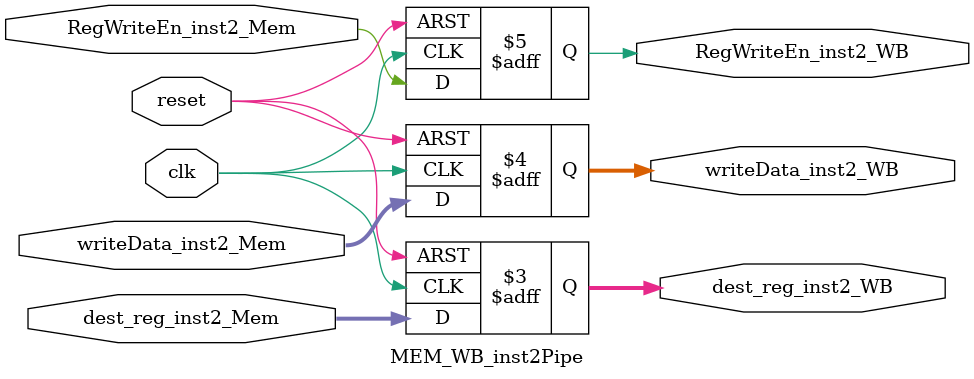
<source format=v>
module MEM_WB_inst2Pipe (
    input clk,
    input reset,

    //input [7:0] pcPlus2_Mem,
    //input [31:0] MemReadDataMem_inst2,
    //input [31:0] AluResultMem_inst2,
    input [4:0] dest_reg_inst2_Mem,
    input [31:0] writeData_inst2_Mem,
    //input [1:0] MemtoRegMem_inst2,
    input RegWriteEn_inst2_Mem,

    //output reg [7:0] pcPlus2_WB,
    //output reg [31:0] MemReadDataWB_inst2,
    //output reg [31:0] AluResultWB_inst2 ,
    output reg [4:0] dest_reg_inst2_WB,
   // output reg [1:0] MemtoRegWB_inst2,
	 output reg [31:0] writeData_inst2_WB,
    output reg RegWriteEn_inst2_WB 
    

);

always @(posedge clk, negedge reset) 
    begin
        if(~reset)
		  
        begin
			  //pcPlus2_WB <= 8'b0;
			  //MemReadDataWB_inst2<= 32'b0;
			  //AluResultWB_inst2<= 32'b0;
			  dest_reg_inst2_WB<= 5'b0;
			  //MemtoRegWB_inst2<= 2'b0;
			  writeData_inst2_WB<= 32'b0;
			  RegWriteEn_inst2_WB<= 1'b0 ;
           
        end
   
    else 
	 
    begin
        //pcPlus2_WB <= pcPlus2_Mem;
       // MemReadDataWB_inst2 <=MemReadDataMem_inst2;
        //AluResultWB_inst2<= AluResultMem_inst2;
        dest_reg_inst2_WB <= dest_reg_inst2_Mem;
        //MemtoRegWB_inst2<= MemtoRegMem_inst2;
		  writeData_inst2_WB <= writeData_inst2_Mem;
        RegWriteEn_inst2_WB<= RegWriteEn_inst2_Mem ;
     end 
	  
    end 

   

endmodule 
</source>
